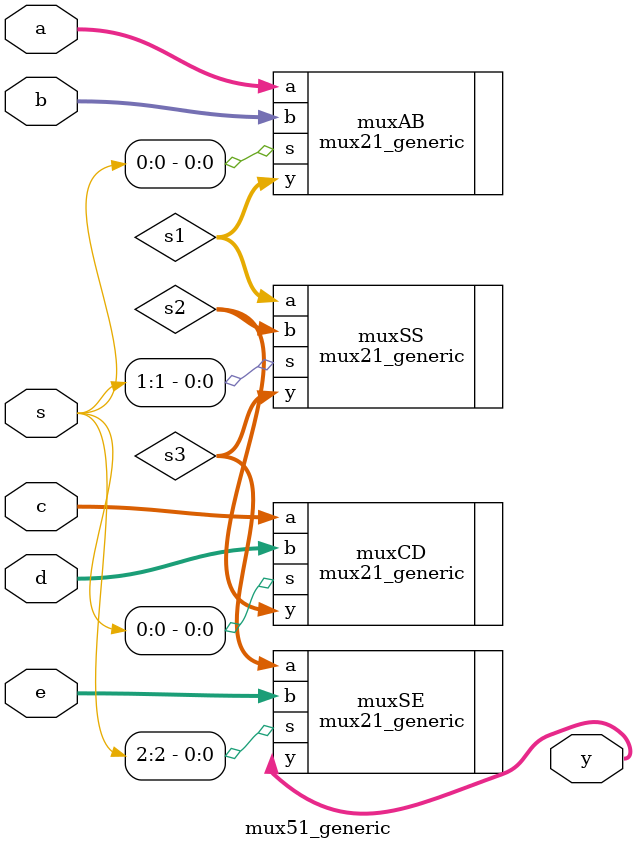
<source format=v>
module mux51_generic #(parameter bit_width = 16) (a, b, c, d, e, s, y);
input [bit_width-1:0] a, b, c, d, e;
input [2:0] s;
output [bit_width-1:0] y;

wire [bit_width-1:0] s1, s2, s3;

mux21_generic #(.bit_width(bit_width))muxAB (
.a(a),
.b(b),
.s(s[0]),
.y(s1)
);

mux21_generic #(.bit_width(bit_width))muxCD (
.a(c),
.b(d),
.s(s[0]),
.y(s2)
);

mux21_generic #(.bit_width(bit_width))muxSS (
.a(s1),
.b(s2),
.s(s[1]),
.y(s3)
);
mux21_generic #(.bit_width(bit_width))muxSE (
.a(s3),
.b(e),
.s(s[2]),
.y(y)
);
endmodule

</source>
